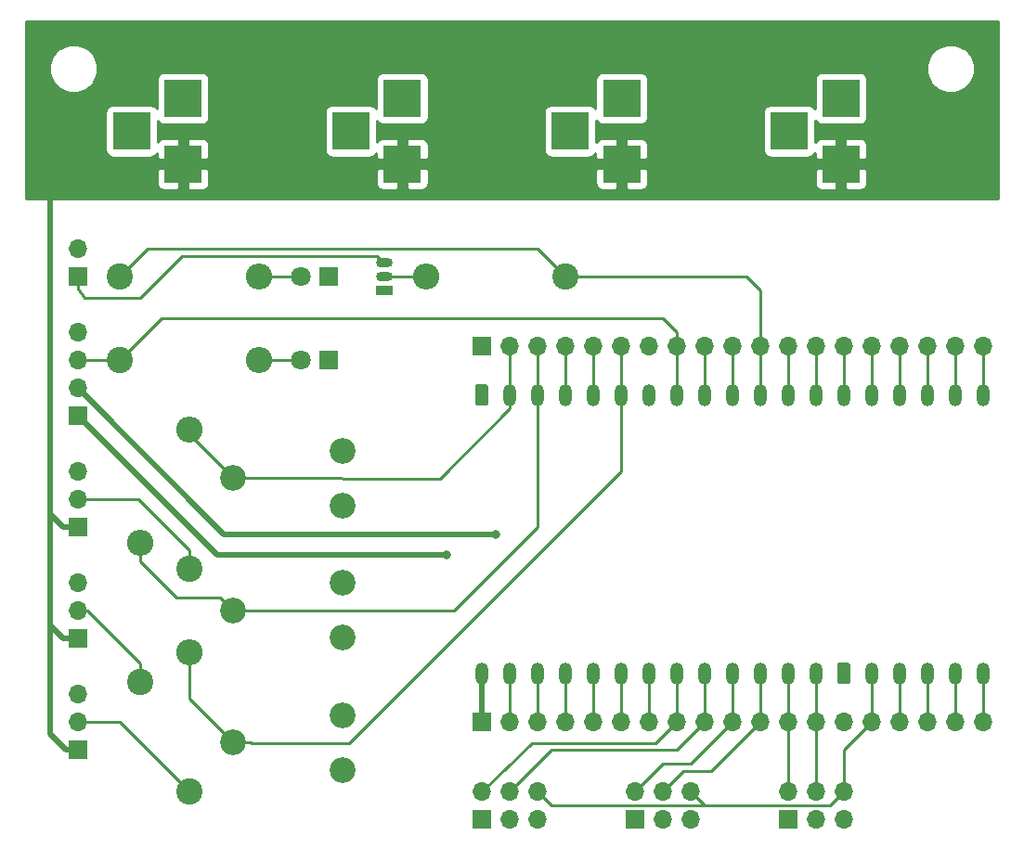
<source format=gbr>
G04 #@! TF.GenerationSoftware,KiCad,Pcbnew,5.1.5+dfsg1-2build2*
G04 #@! TF.CreationDate,2022-01-25T23:10:58-07:00*
G04 #@! TF.ProjectId,fcch-laser-controller,66636368-2d6c-4617-9365-722d636f6e74,rev?*
G04 #@! TF.SameCoordinates,Original*
G04 #@! TF.FileFunction,Copper,L1,Top*
G04 #@! TF.FilePolarity,Positive*
%FSLAX46Y46*%
G04 Gerber Fmt 4.6, Leading zero omitted, Abs format (unit mm)*
G04 Created by KiCad (PCBNEW 5.1.5+dfsg1-2build2) date 2022-01-25 23:10:58*
%MOMM*%
%LPD*%
G04 APERTURE LIST*
%ADD10R,1.700000X1.700000*%
%ADD11O,1.700000X1.700000*%
%ADD12R,3.500000X3.500000*%
%ADD13C,0.100000*%
%ADD14O,1.200000X2.000000*%
%ADD15C,2.400000*%
%ADD16O,2.400000X2.400000*%
%ADD17C,2.340000*%
%ADD18O,1.500000X0.900000*%
%ADD19R,1.500000X0.900000*%
%ADD20R,1.800000X1.800000*%
%ADD21C,1.800000*%
%ADD22C,0.800000*%
%ADD23C,0.250000*%
%ADD24C,0.500000*%
%ADD25C,0.254000*%
G04 APERTURE END LIST*
D10*
X142240000Y-143510000D03*
D11*
X142240000Y-140970000D03*
X144780000Y-143510000D03*
X144780000Y-140970000D03*
X147320000Y-143510000D03*
X147320000Y-140970000D03*
D10*
X156210000Y-143510000D03*
D11*
X156210000Y-140970000D03*
X158750000Y-143510000D03*
X158750000Y-140970000D03*
X161290000Y-143510000D03*
X161290000Y-140970000D03*
D10*
X170180000Y-143510000D03*
D11*
X170180000Y-140970000D03*
X172720000Y-143510000D03*
X172720000Y-140970000D03*
X175260000Y-143510000D03*
X175260000Y-140970000D03*
D10*
X105410000Y-93980000D03*
D11*
X105410000Y-91440000D03*
D10*
X105410000Y-116840000D03*
D11*
X105410000Y-114300000D03*
X105410000Y-111760000D03*
D10*
X105410000Y-127000000D03*
D11*
X105410000Y-124460000D03*
X105410000Y-121920000D03*
D10*
X105410000Y-137160000D03*
D11*
X105410000Y-134620000D03*
X105410000Y-132080000D03*
D10*
X105410000Y-106680000D03*
D11*
X105410000Y-104140000D03*
X105410000Y-101600000D03*
X105410000Y-99060000D03*
D10*
X142240000Y-100330000D03*
D11*
X144780000Y-100330000D03*
X147320000Y-100330000D03*
X149860000Y-100330000D03*
X152400000Y-100330000D03*
X154940000Y-100330000D03*
X157480000Y-100330000D03*
X160020000Y-100330000D03*
X162560000Y-100330000D03*
X165100000Y-100330000D03*
X167640000Y-100330000D03*
X170180000Y-100330000D03*
X172720000Y-100330000D03*
X175260000Y-100330000D03*
X177800000Y-100330000D03*
X180340000Y-100330000D03*
X182880000Y-100330000D03*
X185420000Y-100330000D03*
X187960000Y-100330000D03*
D10*
X142240000Y-134620000D03*
D11*
X144780000Y-134620000D03*
X147320000Y-134620000D03*
X149860000Y-134620000D03*
X152400000Y-134620000D03*
X154940000Y-134620000D03*
X157480000Y-134620000D03*
X160020000Y-134620000D03*
X162560000Y-134620000D03*
X165100000Y-134620000D03*
X167640000Y-134620000D03*
X170180000Y-134620000D03*
X172720000Y-134620000D03*
X175260000Y-134620000D03*
X177800000Y-134620000D03*
X180340000Y-134620000D03*
X182880000Y-134620000D03*
X185420000Y-134620000D03*
X187960000Y-134620000D03*
D12*
X115000000Y-83700000D03*
X115000000Y-77700000D03*
X110300000Y-80700000D03*
X135000000Y-83700000D03*
X135000000Y-77700000D03*
X130300000Y-80700000D03*
X155000000Y-83700000D03*
X155000000Y-77700000D03*
X150300000Y-80700000D03*
X175000000Y-83700000D03*
X175000000Y-77700000D03*
X170300000Y-80700000D03*
G04 #@! TA.AperFunction,ComponentPad*
D13*
G36*
X142572125Y-103772765D02*
G01*
X142601247Y-103777084D01*
X142629805Y-103784238D01*
X142657525Y-103794156D01*
X142684139Y-103806744D01*
X142709391Y-103821879D01*
X142733038Y-103839417D01*
X142754852Y-103859188D01*
X142774623Y-103881002D01*
X142792161Y-103904649D01*
X142807296Y-103929901D01*
X142819884Y-103956515D01*
X142829802Y-103984235D01*
X142836956Y-104012793D01*
X142841275Y-104041915D01*
X142842720Y-104071320D01*
X142842720Y-105471320D01*
X142841275Y-105500725D01*
X142836956Y-105529847D01*
X142829802Y-105558405D01*
X142819884Y-105586125D01*
X142807296Y-105612739D01*
X142792161Y-105637991D01*
X142774623Y-105661638D01*
X142754852Y-105683452D01*
X142733038Y-105703223D01*
X142709391Y-105720761D01*
X142684139Y-105735896D01*
X142657525Y-105748484D01*
X142629805Y-105758402D01*
X142601247Y-105765556D01*
X142572125Y-105769875D01*
X142542720Y-105771320D01*
X141942720Y-105771320D01*
X141913315Y-105769875D01*
X141884193Y-105765556D01*
X141855635Y-105758402D01*
X141827915Y-105748484D01*
X141801301Y-105735896D01*
X141776049Y-105720761D01*
X141752402Y-105703223D01*
X141730588Y-105683452D01*
X141710817Y-105661638D01*
X141693279Y-105637991D01*
X141678144Y-105612739D01*
X141665556Y-105586125D01*
X141655638Y-105558405D01*
X141648484Y-105529847D01*
X141644165Y-105500725D01*
X141642720Y-105471320D01*
X141642720Y-104071320D01*
X141644165Y-104041915D01*
X141648484Y-104012793D01*
X141655638Y-103984235D01*
X141665556Y-103956515D01*
X141678144Y-103929901D01*
X141693279Y-103904649D01*
X141710817Y-103881002D01*
X141730588Y-103859188D01*
X141752402Y-103839417D01*
X141776049Y-103821879D01*
X141801301Y-103806744D01*
X141827915Y-103794156D01*
X141855635Y-103784238D01*
X141884193Y-103777084D01*
X141913315Y-103772765D01*
X141942720Y-103771320D01*
X142542720Y-103771320D01*
X142572125Y-103772765D01*
G37*
G04 #@! TD.AperFunction*
D14*
X144782720Y-104771320D03*
X147322720Y-104771320D03*
X149862720Y-104771320D03*
X152402720Y-104771320D03*
X154942720Y-104771320D03*
X157482720Y-104771320D03*
X160022720Y-104771320D03*
X162562720Y-104771320D03*
X165102720Y-104771320D03*
X167642720Y-104771320D03*
X170182720Y-104771320D03*
X172722720Y-104771320D03*
X175262720Y-104771320D03*
X177802720Y-104771320D03*
X180342720Y-104771320D03*
X182882720Y-104771320D03*
X185420000Y-104775000D03*
X187960000Y-104775000D03*
X187962720Y-130171320D03*
X185422720Y-130171320D03*
X182882720Y-130171320D03*
X180342720Y-130171320D03*
X177802720Y-130171320D03*
G04 #@! TA.AperFunction,ComponentPad*
D13*
G36*
X175592125Y-129172765D02*
G01*
X175621247Y-129177084D01*
X175649805Y-129184238D01*
X175677525Y-129194156D01*
X175704139Y-129206744D01*
X175729391Y-129221879D01*
X175753038Y-129239417D01*
X175774852Y-129259188D01*
X175794623Y-129281002D01*
X175812161Y-129304649D01*
X175827296Y-129329901D01*
X175839884Y-129356515D01*
X175849802Y-129384235D01*
X175856956Y-129412793D01*
X175861275Y-129441915D01*
X175862720Y-129471320D01*
X175862720Y-130871320D01*
X175861275Y-130900725D01*
X175856956Y-130929847D01*
X175849802Y-130958405D01*
X175839884Y-130986125D01*
X175827296Y-131012739D01*
X175812161Y-131037991D01*
X175794623Y-131061638D01*
X175774852Y-131083452D01*
X175753038Y-131103223D01*
X175729391Y-131120761D01*
X175704139Y-131135896D01*
X175677525Y-131148484D01*
X175649805Y-131158402D01*
X175621247Y-131165556D01*
X175592125Y-131169875D01*
X175562720Y-131171320D01*
X174962720Y-131171320D01*
X174933315Y-131169875D01*
X174904193Y-131165556D01*
X174875635Y-131158402D01*
X174847915Y-131148484D01*
X174821301Y-131135896D01*
X174796049Y-131120761D01*
X174772402Y-131103223D01*
X174750588Y-131083452D01*
X174730817Y-131061638D01*
X174713279Y-131037991D01*
X174698144Y-131012739D01*
X174685556Y-130986125D01*
X174675638Y-130958405D01*
X174668484Y-130929847D01*
X174664165Y-130900725D01*
X174662720Y-130871320D01*
X174662720Y-129471320D01*
X174664165Y-129441915D01*
X174668484Y-129412793D01*
X174675638Y-129384235D01*
X174685556Y-129356515D01*
X174698144Y-129329901D01*
X174713279Y-129304649D01*
X174730817Y-129281002D01*
X174750588Y-129259188D01*
X174772402Y-129239417D01*
X174796049Y-129221879D01*
X174821301Y-129206744D01*
X174847915Y-129194156D01*
X174875635Y-129184238D01*
X174904193Y-129177084D01*
X174933315Y-129172765D01*
X174962720Y-129171320D01*
X175562720Y-129171320D01*
X175592125Y-129172765D01*
G37*
G04 #@! TD.AperFunction*
D14*
X172722720Y-130171320D03*
X170182720Y-130171320D03*
X167642720Y-130171320D03*
X165102720Y-130171320D03*
X162562720Y-130171320D03*
X160022720Y-130171320D03*
X157482720Y-130171320D03*
X154942720Y-130171320D03*
X152402720Y-130171320D03*
X149862720Y-130171320D03*
X147322720Y-130171320D03*
X144782720Y-130171320D03*
X142242720Y-130171320D03*
D15*
X109220000Y-101600000D03*
D16*
X121920000Y-101600000D03*
D15*
X109220000Y-93980000D03*
D16*
X121920000Y-93980000D03*
D15*
X149860000Y-93980000D03*
D16*
X137160000Y-93980000D03*
D17*
X129540000Y-114855000D03*
X119540000Y-112355000D03*
X129540000Y-109855000D03*
D15*
X115570000Y-120650000D03*
D16*
X115570000Y-107950000D03*
D17*
X129540000Y-126920000D03*
X119540000Y-124420000D03*
X129540000Y-121920000D03*
D15*
X111125000Y-131000000D03*
D16*
X111125000Y-118300000D03*
D17*
X129540000Y-138985000D03*
X119540000Y-136485000D03*
X129540000Y-133985000D03*
D15*
X115570000Y-140970000D03*
D16*
X115570000Y-128270000D03*
D18*
X133350000Y-93980000D03*
X133350000Y-92710000D03*
D19*
X133350000Y-95250000D03*
D20*
X128270000Y-101600000D03*
D21*
X125730000Y-101600000D03*
D20*
X128270000Y-93980000D03*
D21*
X125730000Y-93980000D03*
D22*
X143510000Y-117475000D03*
X139065000Y-119380000D03*
D23*
X121920000Y-93980000D02*
X125730000Y-93980000D01*
X121920000Y-101600000D02*
X125730000Y-101600000D01*
D24*
X104310000Y-137160000D02*
X102870000Y-135720000D01*
X105410000Y-137160000D02*
X104310000Y-137160000D01*
X105530000Y-83700000D02*
X115000000Y-83700000D01*
X102870000Y-86360000D02*
X105530000Y-83700000D01*
X102870000Y-115650000D02*
X102870000Y-114935000D01*
X104060000Y-116840000D02*
X102870000Y-115650000D01*
X105410000Y-116840000D02*
X104060000Y-116840000D01*
X102870000Y-114935000D02*
X102870000Y-86360000D01*
X102870000Y-125810000D02*
X102870000Y-125095000D01*
X104060000Y-127000000D02*
X102870000Y-125810000D01*
X105410000Y-127000000D02*
X104060000Y-127000000D01*
X102870000Y-125095000D02*
X102870000Y-114935000D01*
X102870000Y-135720000D02*
X102870000Y-125095000D01*
D23*
X170182720Y-134617280D02*
X170180000Y-134620000D01*
X170182720Y-130171320D02*
X170182720Y-134617280D01*
X170180000Y-135822081D02*
X170180000Y-140970000D01*
X170180000Y-134620000D02*
X170180000Y-135822081D01*
X172722720Y-134617280D02*
X172720000Y-134620000D01*
X172722720Y-130171320D02*
X172722720Y-134617280D01*
X172720000Y-134620000D02*
X172720000Y-140970000D01*
X177802720Y-134617280D02*
X177800000Y-134620000D01*
X177802720Y-130171320D02*
X177802720Y-134617280D01*
X175260000Y-137160000D02*
X175260000Y-140970000D01*
X177800000Y-134620000D02*
X175260000Y-137160000D01*
X175260000Y-140970000D02*
X173990000Y-142240000D01*
X162560000Y-142240000D02*
X161290000Y-140970000D01*
X173990000Y-142240000D02*
X162560000Y-142240000D01*
X148590000Y-142240000D02*
X162560000Y-142240000D01*
X147320000Y-140970000D02*
X148590000Y-142240000D01*
X165102720Y-134617280D02*
X165100000Y-134620000D01*
X165102720Y-130171320D02*
X165102720Y-134617280D01*
X158750000Y-138430000D02*
X156210000Y-140970000D01*
X161290000Y-138430000D02*
X158750000Y-138430000D01*
X165100000Y-134620000D02*
X161290000Y-138430000D01*
X167642720Y-134617280D02*
X167640000Y-134620000D01*
X167642720Y-130171320D02*
X167642720Y-134617280D01*
X160655000Y-139065000D02*
X158750000Y-140970000D01*
X163195000Y-139065000D02*
X160655000Y-139065000D01*
X167640000Y-134620000D02*
X163195000Y-139065000D01*
X160022720Y-134617280D02*
X160020000Y-134620000D01*
X160022720Y-130171320D02*
X160022720Y-134617280D01*
X146812000Y-136525000D02*
X142240000Y-140970000D01*
X158115000Y-136525000D02*
X146812000Y-136525000D01*
X160020000Y-134620000D02*
X158115000Y-136525000D01*
X162562720Y-134617280D02*
X162560000Y-134620000D01*
X162562720Y-130171320D02*
X162562720Y-134617280D01*
X148590000Y-137160000D02*
X144780000Y-140970000D01*
X160020000Y-137160000D02*
X148590000Y-137160000D01*
X162560000Y-134620000D02*
X160020000Y-137160000D01*
X109220000Y-134620000D02*
X105410000Y-134620000D01*
X115570000Y-140970000D02*
X109220000Y-134620000D01*
X106282056Y-124460000D02*
X105410000Y-124460000D01*
X111125000Y-129302944D02*
X106282056Y-124460000D01*
X111125000Y-131000000D02*
X111125000Y-129302944D01*
X106612081Y-114300000D02*
X105410000Y-114300000D01*
X110917056Y-114300000D02*
X106612081Y-114300000D01*
X115570000Y-118952944D02*
X110917056Y-114300000D01*
X115570000Y-120650000D02*
X115570000Y-118952944D01*
X105410000Y-95080000D02*
X105410000Y-93980000D01*
X106045000Y-95885000D02*
X105410000Y-95080000D01*
X111125000Y-95885000D02*
X106045000Y-95885000D01*
X114935000Y-92075000D02*
X111125000Y-95885000D01*
X132715000Y-92075000D02*
X114935000Y-92075000D01*
X133350000Y-92710000D02*
X132715000Y-92075000D01*
X160020000Y-104768600D02*
X160022720Y-104771320D01*
X160020000Y-100330000D02*
X160020000Y-104768600D01*
X106612081Y-101600000D02*
X109220000Y-101600000D01*
X105410000Y-101600000D02*
X106612081Y-101600000D01*
X160020000Y-100330000D02*
X160020000Y-99060000D01*
X160020000Y-99060000D02*
X158750000Y-97790000D01*
X113030000Y-97790000D02*
X109220000Y-101600000D01*
X158750000Y-97790000D02*
X113030000Y-97790000D01*
X137160000Y-93980000D02*
X133350000Y-93980000D01*
X154940000Y-104768600D02*
X154942720Y-104771320D01*
X154940000Y-100330000D02*
X154940000Y-104768600D01*
X115570000Y-132515000D02*
X115570000Y-128270000D01*
X119540000Y-136485000D02*
X115570000Y-132515000D01*
X121194629Y-136485000D02*
X121234629Y-136525000D01*
X119540000Y-136485000D02*
X121194629Y-136485000D01*
X121234629Y-136525000D02*
X130175000Y-136525000D01*
X154942720Y-111757280D02*
X154942720Y-104771320D01*
X130175000Y-136525000D02*
X154942720Y-111757280D01*
X147320000Y-104768600D02*
X147322720Y-104771320D01*
X147320000Y-100330000D02*
X147320000Y-104768600D01*
X111125000Y-119997056D02*
X111125000Y-118300000D01*
X114377945Y-123250001D02*
X111125000Y-119997056D01*
X118370001Y-123250001D02*
X114377945Y-123250001D01*
X119540000Y-124420000D02*
X118370001Y-123250001D01*
X147320000Y-107950000D02*
X147322720Y-104771320D01*
X147320000Y-116840000D02*
X147320000Y-107950000D01*
X139740000Y-124420000D02*
X147320000Y-116840000D01*
X119540000Y-124420000D02*
X139740000Y-124420000D01*
X144780000Y-104768600D02*
X144782720Y-104771320D01*
X144780000Y-100330000D02*
X144780000Y-104768600D01*
X115570000Y-108385000D02*
X115570000Y-107950000D01*
X119540000Y-112355000D02*
X115570000Y-108385000D01*
X119540000Y-112355000D02*
X129500000Y-112355000D01*
X138409040Y-112395000D02*
X137160000Y-112395000D01*
X144782720Y-106021320D02*
X138409040Y-112395000D01*
X144782720Y-104771320D02*
X144782720Y-106021320D01*
X137160000Y-112395000D02*
X129540000Y-112395000D01*
X167640000Y-104768600D02*
X167642720Y-104771320D01*
X167640000Y-100330000D02*
X167640000Y-104768600D01*
X149860000Y-93980000D02*
X147320000Y-91440000D01*
X111760000Y-91440000D02*
X109220000Y-93980000D01*
X147320000Y-91440000D02*
X111760000Y-91440000D01*
X167640000Y-100330000D02*
X167640000Y-95250000D01*
X166370000Y-93980000D02*
X149860000Y-93980000D01*
X167640000Y-95250000D02*
X166370000Y-93980000D01*
X142242720Y-134617280D02*
X142240000Y-134620000D01*
D24*
X142242720Y-130171320D02*
X142242720Y-134617280D01*
D23*
X187962720Y-134617280D02*
X187960000Y-134620000D01*
X187962720Y-130171320D02*
X187962720Y-134617280D01*
D24*
X118745000Y-117475000D02*
X105410000Y-104140000D01*
X143510000Y-117475000D02*
X118745000Y-117475000D01*
D23*
X144782720Y-134617280D02*
X144780000Y-134620000D01*
X144782720Y-130171320D02*
X144782720Y-134617280D01*
X147322720Y-134617280D02*
X147320000Y-134620000D01*
X147322720Y-130171320D02*
X147322720Y-134617280D01*
X149862720Y-134617280D02*
X149860000Y-134620000D01*
X149862720Y-130171320D02*
X149862720Y-134617280D01*
X152402720Y-134617280D02*
X152400000Y-134620000D01*
X152402720Y-130171320D02*
X152402720Y-134617280D01*
X154942720Y-134617280D02*
X154940000Y-134620000D01*
X154942720Y-130171320D02*
X154942720Y-134617280D01*
X157482720Y-134617280D02*
X157480000Y-134620000D01*
X157482720Y-130171320D02*
X157482720Y-134617280D01*
X180342720Y-134617280D02*
X180340000Y-134620000D01*
X180342720Y-130171320D02*
X180342720Y-134617280D01*
X182882720Y-134617280D02*
X182880000Y-134620000D01*
X182882720Y-130171320D02*
X182882720Y-134617280D01*
X185422720Y-134617280D02*
X185420000Y-134620000D01*
X185422720Y-130171320D02*
X185422720Y-134617280D01*
X149860000Y-104768600D02*
X149862720Y-104771320D01*
X149860000Y-100330000D02*
X149860000Y-104768600D01*
X152400000Y-104768600D02*
X152402720Y-104771320D01*
X152400000Y-100330000D02*
X152400000Y-104768600D01*
X162560000Y-104768600D02*
X162562720Y-104771320D01*
X162560000Y-100330000D02*
X162560000Y-104768600D01*
X165100000Y-104768600D02*
X165102720Y-104771320D01*
X165100000Y-100330000D02*
X165100000Y-104768600D01*
X170180000Y-104768600D02*
X170182720Y-104771320D01*
X170180000Y-100330000D02*
X170180000Y-104768600D01*
X172720000Y-104768600D02*
X172722720Y-104771320D01*
X172720000Y-100330000D02*
X172720000Y-104768600D01*
X175260000Y-104768600D02*
X175262720Y-104771320D01*
X175260000Y-100330000D02*
X175260000Y-104768600D01*
X177800000Y-104768600D02*
X177802720Y-104771320D01*
X177800000Y-100330000D02*
X177800000Y-104768600D01*
X180340000Y-104768600D02*
X180342720Y-104771320D01*
X180340000Y-100330000D02*
X180340000Y-104768600D01*
X182880000Y-104768600D02*
X182882720Y-104771320D01*
X182880000Y-100330000D02*
X182880000Y-104768600D01*
X185420000Y-100330000D02*
X185420000Y-104775000D01*
X187960000Y-100330000D02*
X187960000Y-104775000D01*
D24*
X139065000Y-119380000D02*
X118110000Y-119380000D01*
X118110000Y-119380000D02*
X105410000Y-106680000D01*
D25*
G36*
X189340000Y-86873000D02*
G01*
X100660000Y-86873000D01*
X100660000Y-85450000D01*
X112611928Y-85450000D01*
X112624188Y-85574482D01*
X112660498Y-85694180D01*
X112719463Y-85804494D01*
X112798815Y-85901185D01*
X112895506Y-85980537D01*
X113005820Y-86039502D01*
X113125518Y-86075812D01*
X113250000Y-86088072D01*
X114468250Y-86085000D01*
X114627000Y-85926250D01*
X114627000Y-84073000D01*
X115373000Y-84073000D01*
X115373000Y-85926250D01*
X115531750Y-86085000D01*
X116750000Y-86088072D01*
X116874482Y-86075812D01*
X116994180Y-86039502D01*
X117104494Y-85980537D01*
X117201185Y-85901185D01*
X117280537Y-85804494D01*
X117339502Y-85694180D01*
X117375812Y-85574482D01*
X117388072Y-85450000D01*
X132611928Y-85450000D01*
X132624188Y-85574482D01*
X132660498Y-85694180D01*
X132719463Y-85804494D01*
X132798815Y-85901185D01*
X132895506Y-85980537D01*
X133005820Y-86039502D01*
X133125518Y-86075812D01*
X133250000Y-86088072D01*
X134468250Y-86085000D01*
X134627000Y-85926250D01*
X134627000Y-84073000D01*
X135373000Y-84073000D01*
X135373000Y-85926250D01*
X135531750Y-86085000D01*
X136750000Y-86088072D01*
X136874482Y-86075812D01*
X136994180Y-86039502D01*
X137104494Y-85980537D01*
X137201185Y-85901185D01*
X137280537Y-85804494D01*
X137339502Y-85694180D01*
X137375812Y-85574482D01*
X137388072Y-85450000D01*
X152611928Y-85450000D01*
X152624188Y-85574482D01*
X152660498Y-85694180D01*
X152719463Y-85804494D01*
X152798815Y-85901185D01*
X152895506Y-85980537D01*
X153005820Y-86039502D01*
X153125518Y-86075812D01*
X153250000Y-86088072D01*
X154468250Y-86085000D01*
X154627000Y-85926250D01*
X154627000Y-84073000D01*
X155373000Y-84073000D01*
X155373000Y-85926250D01*
X155531750Y-86085000D01*
X156750000Y-86088072D01*
X156874482Y-86075812D01*
X156994180Y-86039502D01*
X157104494Y-85980537D01*
X157201185Y-85901185D01*
X157280537Y-85804494D01*
X157339502Y-85694180D01*
X157375812Y-85574482D01*
X157388072Y-85450000D01*
X172611928Y-85450000D01*
X172624188Y-85574482D01*
X172660498Y-85694180D01*
X172719463Y-85804494D01*
X172798815Y-85901185D01*
X172895506Y-85980537D01*
X173005820Y-86039502D01*
X173125518Y-86075812D01*
X173250000Y-86088072D01*
X174468250Y-86085000D01*
X174627000Y-85926250D01*
X174627000Y-84073000D01*
X175373000Y-84073000D01*
X175373000Y-85926250D01*
X175531750Y-86085000D01*
X176750000Y-86088072D01*
X176874482Y-86075812D01*
X176994180Y-86039502D01*
X177104494Y-85980537D01*
X177201185Y-85901185D01*
X177280537Y-85804494D01*
X177339502Y-85694180D01*
X177375812Y-85574482D01*
X177388072Y-85450000D01*
X177385000Y-84231750D01*
X177226250Y-84073000D01*
X175373000Y-84073000D01*
X174627000Y-84073000D01*
X172773750Y-84073000D01*
X172615000Y-84231750D01*
X172611928Y-85450000D01*
X157388072Y-85450000D01*
X157385000Y-84231750D01*
X157226250Y-84073000D01*
X155373000Y-84073000D01*
X154627000Y-84073000D01*
X152773750Y-84073000D01*
X152615000Y-84231750D01*
X152611928Y-85450000D01*
X137388072Y-85450000D01*
X137385000Y-84231750D01*
X137226250Y-84073000D01*
X135373000Y-84073000D01*
X134627000Y-84073000D01*
X132773750Y-84073000D01*
X132615000Y-84231750D01*
X132611928Y-85450000D01*
X117388072Y-85450000D01*
X117385000Y-84231750D01*
X117226250Y-84073000D01*
X115373000Y-84073000D01*
X114627000Y-84073000D01*
X112773750Y-84073000D01*
X112615000Y-84231750D01*
X112611928Y-85450000D01*
X100660000Y-85450000D01*
X100660000Y-78950000D01*
X107911928Y-78950000D01*
X107911928Y-82450000D01*
X107924188Y-82574482D01*
X107960498Y-82694180D01*
X108019463Y-82804494D01*
X108098815Y-82901185D01*
X108195506Y-82980537D01*
X108305820Y-83039502D01*
X108425518Y-83075812D01*
X108550000Y-83088072D01*
X112050000Y-83088072D01*
X112174482Y-83075812D01*
X112294180Y-83039502D01*
X112404494Y-82980537D01*
X112501185Y-82901185D01*
X112580537Y-82804494D01*
X112613925Y-82742030D01*
X112615000Y-83168250D01*
X112773750Y-83327000D01*
X114627000Y-83327000D01*
X114627000Y-81473750D01*
X115373000Y-81473750D01*
X115373000Y-83327000D01*
X117226250Y-83327000D01*
X117385000Y-83168250D01*
X117388072Y-81950000D01*
X117375812Y-81825518D01*
X117339502Y-81705820D01*
X117280537Y-81595506D01*
X117201185Y-81498815D01*
X117104494Y-81419463D01*
X116994180Y-81360498D01*
X116874482Y-81324188D01*
X116750000Y-81311928D01*
X115531750Y-81315000D01*
X115373000Y-81473750D01*
X114627000Y-81473750D01*
X114468250Y-81315000D01*
X113250000Y-81311928D01*
X113125518Y-81324188D01*
X113005820Y-81360498D01*
X112895506Y-81419463D01*
X112798815Y-81498815D01*
X112719463Y-81595506D01*
X112688072Y-81654233D01*
X112688072Y-79745767D01*
X112719463Y-79804494D01*
X112798815Y-79901185D01*
X112895506Y-79980537D01*
X113005820Y-80039502D01*
X113125518Y-80075812D01*
X113250000Y-80088072D01*
X116750000Y-80088072D01*
X116874482Y-80075812D01*
X116994180Y-80039502D01*
X117104494Y-79980537D01*
X117201185Y-79901185D01*
X117280537Y-79804494D01*
X117339502Y-79694180D01*
X117375812Y-79574482D01*
X117388072Y-79450000D01*
X117388072Y-78950000D01*
X127911928Y-78950000D01*
X127911928Y-82450000D01*
X127924188Y-82574482D01*
X127960498Y-82694180D01*
X128019463Y-82804494D01*
X128098815Y-82901185D01*
X128195506Y-82980537D01*
X128305820Y-83039502D01*
X128425518Y-83075812D01*
X128550000Y-83088072D01*
X132050000Y-83088072D01*
X132174482Y-83075812D01*
X132294180Y-83039502D01*
X132404494Y-82980537D01*
X132501185Y-82901185D01*
X132580537Y-82804494D01*
X132613925Y-82742030D01*
X132615000Y-83168250D01*
X132773750Y-83327000D01*
X134627000Y-83327000D01*
X134627000Y-81473750D01*
X135373000Y-81473750D01*
X135373000Y-83327000D01*
X137226250Y-83327000D01*
X137385000Y-83168250D01*
X137388072Y-81950000D01*
X137375812Y-81825518D01*
X137339502Y-81705820D01*
X137280537Y-81595506D01*
X137201185Y-81498815D01*
X137104494Y-81419463D01*
X136994180Y-81360498D01*
X136874482Y-81324188D01*
X136750000Y-81311928D01*
X135531750Y-81315000D01*
X135373000Y-81473750D01*
X134627000Y-81473750D01*
X134468250Y-81315000D01*
X133250000Y-81311928D01*
X133125518Y-81324188D01*
X133005820Y-81360498D01*
X132895506Y-81419463D01*
X132798815Y-81498815D01*
X132719463Y-81595506D01*
X132688072Y-81654233D01*
X132688072Y-79745767D01*
X132719463Y-79804494D01*
X132798815Y-79901185D01*
X132895506Y-79980537D01*
X133005820Y-80039502D01*
X133125518Y-80075812D01*
X133250000Y-80088072D01*
X136750000Y-80088072D01*
X136874482Y-80075812D01*
X136994180Y-80039502D01*
X137104494Y-79980537D01*
X137201185Y-79901185D01*
X137280537Y-79804494D01*
X137339502Y-79694180D01*
X137375812Y-79574482D01*
X137388072Y-79450000D01*
X137388072Y-78950000D01*
X147911928Y-78950000D01*
X147911928Y-82450000D01*
X147924188Y-82574482D01*
X147960498Y-82694180D01*
X148019463Y-82804494D01*
X148098815Y-82901185D01*
X148195506Y-82980537D01*
X148305820Y-83039502D01*
X148425518Y-83075812D01*
X148550000Y-83088072D01*
X152050000Y-83088072D01*
X152174482Y-83075812D01*
X152294180Y-83039502D01*
X152404494Y-82980537D01*
X152501185Y-82901185D01*
X152580537Y-82804494D01*
X152613925Y-82742030D01*
X152615000Y-83168250D01*
X152773750Y-83327000D01*
X154627000Y-83327000D01*
X154627000Y-81473750D01*
X155373000Y-81473750D01*
X155373000Y-83327000D01*
X157226250Y-83327000D01*
X157385000Y-83168250D01*
X157388072Y-81950000D01*
X157375812Y-81825518D01*
X157339502Y-81705820D01*
X157280537Y-81595506D01*
X157201185Y-81498815D01*
X157104494Y-81419463D01*
X156994180Y-81360498D01*
X156874482Y-81324188D01*
X156750000Y-81311928D01*
X155531750Y-81315000D01*
X155373000Y-81473750D01*
X154627000Y-81473750D01*
X154468250Y-81315000D01*
X153250000Y-81311928D01*
X153125518Y-81324188D01*
X153005820Y-81360498D01*
X152895506Y-81419463D01*
X152798815Y-81498815D01*
X152719463Y-81595506D01*
X152688072Y-81654233D01*
X152688072Y-79745767D01*
X152719463Y-79804494D01*
X152798815Y-79901185D01*
X152895506Y-79980537D01*
X153005820Y-80039502D01*
X153125518Y-80075812D01*
X153250000Y-80088072D01*
X156750000Y-80088072D01*
X156874482Y-80075812D01*
X156994180Y-80039502D01*
X157104494Y-79980537D01*
X157201185Y-79901185D01*
X157280537Y-79804494D01*
X157339502Y-79694180D01*
X157375812Y-79574482D01*
X157388072Y-79450000D01*
X157388072Y-78950000D01*
X167911928Y-78950000D01*
X167911928Y-82450000D01*
X167924188Y-82574482D01*
X167960498Y-82694180D01*
X168019463Y-82804494D01*
X168098815Y-82901185D01*
X168195506Y-82980537D01*
X168305820Y-83039502D01*
X168425518Y-83075812D01*
X168550000Y-83088072D01*
X172050000Y-83088072D01*
X172174482Y-83075812D01*
X172294180Y-83039502D01*
X172404494Y-82980537D01*
X172501185Y-82901185D01*
X172580537Y-82804494D01*
X172613925Y-82742030D01*
X172615000Y-83168250D01*
X172773750Y-83327000D01*
X174627000Y-83327000D01*
X174627000Y-81473750D01*
X175373000Y-81473750D01*
X175373000Y-83327000D01*
X177226250Y-83327000D01*
X177385000Y-83168250D01*
X177388072Y-81950000D01*
X177375812Y-81825518D01*
X177339502Y-81705820D01*
X177280537Y-81595506D01*
X177201185Y-81498815D01*
X177104494Y-81419463D01*
X176994180Y-81360498D01*
X176874482Y-81324188D01*
X176750000Y-81311928D01*
X175531750Y-81315000D01*
X175373000Y-81473750D01*
X174627000Y-81473750D01*
X174468250Y-81315000D01*
X173250000Y-81311928D01*
X173125518Y-81324188D01*
X173005820Y-81360498D01*
X172895506Y-81419463D01*
X172798815Y-81498815D01*
X172719463Y-81595506D01*
X172688072Y-81654233D01*
X172688072Y-79745767D01*
X172719463Y-79804494D01*
X172798815Y-79901185D01*
X172895506Y-79980537D01*
X173005820Y-80039502D01*
X173125518Y-80075812D01*
X173250000Y-80088072D01*
X176750000Y-80088072D01*
X176874482Y-80075812D01*
X176994180Y-80039502D01*
X177104494Y-79980537D01*
X177201185Y-79901185D01*
X177280537Y-79804494D01*
X177339502Y-79694180D01*
X177375812Y-79574482D01*
X177388072Y-79450000D01*
X177388072Y-75950000D01*
X177375812Y-75825518D01*
X177339502Y-75705820D01*
X177280537Y-75595506D01*
X177201185Y-75498815D01*
X177104494Y-75419463D01*
X176994180Y-75360498D01*
X176874482Y-75324188D01*
X176750000Y-75311928D01*
X173250000Y-75311928D01*
X173125518Y-75324188D01*
X173005820Y-75360498D01*
X172895506Y-75419463D01*
X172798815Y-75498815D01*
X172719463Y-75595506D01*
X172660498Y-75705820D01*
X172624188Y-75825518D01*
X172611928Y-75950000D01*
X172611928Y-78654233D01*
X172580537Y-78595506D01*
X172501185Y-78498815D01*
X172404494Y-78419463D01*
X172294180Y-78360498D01*
X172174482Y-78324188D01*
X172050000Y-78311928D01*
X168550000Y-78311928D01*
X168425518Y-78324188D01*
X168305820Y-78360498D01*
X168195506Y-78419463D01*
X168098815Y-78498815D01*
X168019463Y-78595506D01*
X167960498Y-78705820D01*
X167924188Y-78825518D01*
X167911928Y-78950000D01*
X157388072Y-78950000D01*
X157388072Y-75950000D01*
X157375812Y-75825518D01*
X157339502Y-75705820D01*
X157280537Y-75595506D01*
X157201185Y-75498815D01*
X157104494Y-75419463D01*
X156994180Y-75360498D01*
X156874482Y-75324188D01*
X156750000Y-75311928D01*
X153250000Y-75311928D01*
X153125518Y-75324188D01*
X153005820Y-75360498D01*
X152895506Y-75419463D01*
X152798815Y-75498815D01*
X152719463Y-75595506D01*
X152660498Y-75705820D01*
X152624188Y-75825518D01*
X152611928Y-75950000D01*
X152611928Y-78654233D01*
X152580537Y-78595506D01*
X152501185Y-78498815D01*
X152404494Y-78419463D01*
X152294180Y-78360498D01*
X152174482Y-78324188D01*
X152050000Y-78311928D01*
X148550000Y-78311928D01*
X148425518Y-78324188D01*
X148305820Y-78360498D01*
X148195506Y-78419463D01*
X148098815Y-78498815D01*
X148019463Y-78595506D01*
X147960498Y-78705820D01*
X147924188Y-78825518D01*
X147911928Y-78950000D01*
X137388072Y-78950000D01*
X137388072Y-75950000D01*
X137375812Y-75825518D01*
X137339502Y-75705820D01*
X137280537Y-75595506D01*
X137201185Y-75498815D01*
X137104494Y-75419463D01*
X136994180Y-75360498D01*
X136874482Y-75324188D01*
X136750000Y-75311928D01*
X133250000Y-75311928D01*
X133125518Y-75324188D01*
X133005820Y-75360498D01*
X132895506Y-75419463D01*
X132798815Y-75498815D01*
X132719463Y-75595506D01*
X132660498Y-75705820D01*
X132624188Y-75825518D01*
X132611928Y-75950000D01*
X132611928Y-78654233D01*
X132580537Y-78595506D01*
X132501185Y-78498815D01*
X132404494Y-78419463D01*
X132294180Y-78360498D01*
X132174482Y-78324188D01*
X132050000Y-78311928D01*
X128550000Y-78311928D01*
X128425518Y-78324188D01*
X128305820Y-78360498D01*
X128195506Y-78419463D01*
X128098815Y-78498815D01*
X128019463Y-78595506D01*
X127960498Y-78705820D01*
X127924188Y-78825518D01*
X127911928Y-78950000D01*
X117388072Y-78950000D01*
X117388072Y-75950000D01*
X117375812Y-75825518D01*
X117339502Y-75705820D01*
X117280537Y-75595506D01*
X117201185Y-75498815D01*
X117104494Y-75419463D01*
X116994180Y-75360498D01*
X116874482Y-75324188D01*
X116750000Y-75311928D01*
X113250000Y-75311928D01*
X113125518Y-75324188D01*
X113005820Y-75360498D01*
X112895506Y-75419463D01*
X112798815Y-75498815D01*
X112719463Y-75595506D01*
X112660498Y-75705820D01*
X112624188Y-75825518D01*
X112611928Y-75950000D01*
X112611928Y-78654233D01*
X112580537Y-78595506D01*
X112501185Y-78498815D01*
X112404494Y-78419463D01*
X112294180Y-78360498D01*
X112174482Y-78324188D01*
X112050000Y-78311928D01*
X108550000Y-78311928D01*
X108425518Y-78324188D01*
X108305820Y-78360498D01*
X108195506Y-78419463D01*
X108098815Y-78498815D01*
X108019463Y-78595506D01*
X107960498Y-78705820D01*
X107924188Y-78825518D01*
X107911928Y-78950000D01*
X100660000Y-78950000D01*
X100660000Y-74779872D01*
X102765000Y-74779872D01*
X102765000Y-75220128D01*
X102850890Y-75651925D01*
X103019369Y-76058669D01*
X103263962Y-76424729D01*
X103575271Y-76736038D01*
X103941331Y-76980631D01*
X104348075Y-77149110D01*
X104779872Y-77235000D01*
X105220128Y-77235000D01*
X105651925Y-77149110D01*
X106058669Y-76980631D01*
X106424729Y-76736038D01*
X106736038Y-76424729D01*
X106980631Y-76058669D01*
X107149110Y-75651925D01*
X107235000Y-75220128D01*
X107235000Y-74779872D01*
X182765000Y-74779872D01*
X182765000Y-75220128D01*
X182850890Y-75651925D01*
X183019369Y-76058669D01*
X183263962Y-76424729D01*
X183575271Y-76736038D01*
X183941331Y-76980631D01*
X184348075Y-77149110D01*
X184779872Y-77235000D01*
X185220128Y-77235000D01*
X185651925Y-77149110D01*
X186058669Y-76980631D01*
X186424729Y-76736038D01*
X186736038Y-76424729D01*
X186980631Y-76058669D01*
X187149110Y-75651925D01*
X187235000Y-75220128D01*
X187235000Y-74779872D01*
X187149110Y-74348075D01*
X186980631Y-73941331D01*
X186736038Y-73575271D01*
X186424729Y-73263962D01*
X186058669Y-73019369D01*
X185651925Y-72850890D01*
X185220128Y-72765000D01*
X184779872Y-72765000D01*
X184348075Y-72850890D01*
X183941331Y-73019369D01*
X183575271Y-73263962D01*
X183263962Y-73575271D01*
X183019369Y-73941331D01*
X182850890Y-74348075D01*
X182765000Y-74779872D01*
X107235000Y-74779872D01*
X107149110Y-74348075D01*
X106980631Y-73941331D01*
X106736038Y-73575271D01*
X106424729Y-73263962D01*
X106058669Y-73019369D01*
X105651925Y-72850890D01*
X105220128Y-72765000D01*
X104779872Y-72765000D01*
X104348075Y-72850890D01*
X103941331Y-73019369D01*
X103575271Y-73263962D01*
X103263962Y-73575271D01*
X103019369Y-73941331D01*
X102850890Y-74348075D01*
X102765000Y-74779872D01*
X100660000Y-74779872D01*
X100660000Y-70660000D01*
X189340000Y-70660000D01*
X189340000Y-86873000D01*
G37*
X189340000Y-86873000D02*
X100660000Y-86873000D01*
X100660000Y-85450000D01*
X112611928Y-85450000D01*
X112624188Y-85574482D01*
X112660498Y-85694180D01*
X112719463Y-85804494D01*
X112798815Y-85901185D01*
X112895506Y-85980537D01*
X113005820Y-86039502D01*
X113125518Y-86075812D01*
X113250000Y-86088072D01*
X114468250Y-86085000D01*
X114627000Y-85926250D01*
X114627000Y-84073000D01*
X115373000Y-84073000D01*
X115373000Y-85926250D01*
X115531750Y-86085000D01*
X116750000Y-86088072D01*
X116874482Y-86075812D01*
X116994180Y-86039502D01*
X117104494Y-85980537D01*
X117201185Y-85901185D01*
X117280537Y-85804494D01*
X117339502Y-85694180D01*
X117375812Y-85574482D01*
X117388072Y-85450000D01*
X132611928Y-85450000D01*
X132624188Y-85574482D01*
X132660498Y-85694180D01*
X132719463Y-85804494D01*
X132798815Y-85901185D01*
X132895506Y-85980537D01*
X133005820Y-86039502D01*
X133125518Y-86075812D01*
X133250000Y-86088072D01*
X134468250Y-86085000D01*
X134627000Y-85926250D01*
X134627000Y-84073000D01*
X135373000Y-84073000D01*
X135373000Y-85926250D01*
X135531750Y-86085000D01*
X136750000Y-86088072D01*
X136874482Y-86075812D01*
X136994180Y-86039502D01*
X137104494Y-85980537D01*
X137201185Y-85901185D01*
X137280537Y-85804494D01*
X137339502Y-85694180D01*
X137375812Y-85574482D01*
X137388072Y-85450000D01*
X152611928Y-85450000D01*
X152624188Y-85574482D01*
X152660498Y-85694180D01*
X152719463Y-85804494D01*
X152798815Y-85901185D01*
X152895506Y-85980537D01*
X153005820Y-86039502D01*
X153125518Y-86075812D01*
X153250000Y-86088072D01*
X154468250Y-86085000D01*
X154627000Y-85926250D01*
X154627000Y-84073000D01*
X155373000Y-84073000D01*
X155373000Y-85926250D01*
X155531750Y-86085000D01*
X156750000Y-86088072D01*
X156874482Y-86075812D01*
X156994180Y-86039502D01*
X157104494Y-85980537D01*
X157201185Y-85901185D01*
X157280537Y-85804494D01*
X157339502Y-85694180D01*
X157375812Y-85574482D01*
X157388072Y-85450000D01*
X172611928Y-85450000D01*
X172624188Y-85574482D01*
X172660498Y-85694180D01*
X172719463Y-85804494D01*
X172798815Y-85901185D01*
X172895506Y-85980537D01*
X173005820Y-86039502D01*
X173125518Y-86075812D01*
X173250000Y-86088072D01*
X174468250Y-86085000D01*
X174627000Y-85926250D01*
X174627000Y-84073000D01*
X175373000Y-84073000D01*
X175373000Y-85926250D01*
X175531750Y-86085000D01*
X176750000Y-86088072D01*
X176874482Y-86075812D01*
X176994180Y-86039502D01*
X177104494Y-85980537D01*
X177201185Y-85901185D01*
X177280537Y-85804494D01*
X177339502Y-85694180D01*
X177375812Y-85574482D01*
X177388072Y-85450000D01*
X177385000Y-84231750D01*
X177226250Y-84073000D01*
X175373000Y-84073000D01*
X174627000Y-84073000D01*
X172773750Y-84073000D01*
X172615000Y-84231750D01*
X172611928Y-85450000D01*
X157388072Y-85450000D01*
X157385000Y-84231750D01*
X157226250Y-84073000D01*
X155373000Y-84073000D01*
X154627000Y-84073000D01*
X152773750Y-84073000D01*
X152615000Y-84231750D01*
X152611928Y-85450000D01*
X137388072Y-85450000D01*
X137385000Y-84231750D01*
X137226250Y-84073000D01*
X135373000Y-84073000D01*
X134627000Y-84073000D01*
X132773750Y-84073000D01*
X132615000Y-84231750D01*
X132611928Y-85450000D01*
X117388072Y-85450000D01*
X117385000Y-84231750D01*
X117226250Y-84073000D01*
X115373000Y-84073000D01*
X114627000Y-84073000D01*
X112773750Y-84073000D01*
X112615000Y-84231750D01*
X112611928Y-85450000D01*
X100660000Y-85450000D01*
X100660000Y-78950000D01*
X107911928Y-78950000D01*
X107911928Y-82450000D01*
X107924188Y-82574482D01*
X107960498Y-82694180D01*
X108019463Y-82804494D01*
X108098815Y-82901185D01*
X108195506Y-82980537D01*
X108305820Y-83039502D01*
X108425518Y-83075812D01*
X108550000Y-83088072D01*
X112050000Y-83088072D01*
X112174482Y-83075812D01*
X112294180Y-83039502D01*
X112404494Y-82980537D01*
X112501185Y-82901185D01*
X112580537Y-82804494D01*
X112613925Y-82742030D01*
X112615000Y-83168250D01*
X112773750Y-83327000D01*
X114627000Y-83327000D01*
X114627000Y-81473750D01*
X115373000Y-81473750D01*
X115373000Y-83327000D01*
X117226250Y-83327000D01*
X117385000Y-83168250D01*
X117388072Y-81950000D01*
X117375812Y-81825518D01*
X117339502Y-81705820D01*
X117280537Y-81595506D01*
X117201185Y-81498815D01*
X117104494Y-81419463D01*
X116994180Y-81360498D01*
X116874482Y-81324188D01*
X116750000Y-81311928D01*
X115531750Y-81315000D01*
X115373000Y-81473750D01*
X114627000Y-81473750D01*
X114468250Y-81315000D01*
X113250000Y-81311928D01*
X113125518Y-81324188D01*
X113005820Y-81360498D01*
X112895506Y-81419463D01*
X112798815Y-81498815D01*
X112719463Y-81595506D01*
X112688072Y-81654233D01*
X112688072Y-79745767D01*
X112719463Y-79804494D01*
X112798815Y-79901185D01*
X112895506Y-79980537D01*
X113005820Y-80039502D01*
X113125518Y-80075812D01*
X113250000Y-80088072D01*
X116750000Y-80088072D01*
X116874482Y-80075812D01*
X116994180Y-80039502D01*
X117104494Y-79980537D01*
X117201185Y-79901185D01*
X117280537Y-79804494D01*
X117339502Y-79694180D01*
X117375812Y-79574482D01*
X117388072Y-79450000D01*
X117388072Y-78950000D01*
X127911928Y-78950000D01*
X127911928Y-82450000D01*
X127924188Y-82574482D01*
X127960498Y-82694180D01*
X128019463Y-82804494D01*
X128098815Y-82901185D01*
X128195506Y-82980537D01*
X128305820Y-83039502D01*
X128425518Y-83075812D01*
X128550000Y-83088072D01*
X132050000Y-83088072D01*
X132174482Y-83075812D01*
X132294180Y-83039502D01*
X132404494Y-82980537D01*
X132501185Y-82901185D01*
X132580537Y-82804494D01*
X132613925Y-82742030D01*
X132615000Y-83168250D01*
X132773750Y-83327000D01*
X134627000Y-83327000D01*
X134627000Y-81473750D01*
X135373000Y-81473750D01*
X135373000Y-83327000D01*
X137226250Y-83327000D01*
X137385000Y-83168250D01*
X137388072Y-81950000D01*
X137375812Y-81825518D01*
X137339502Y-81705820D01*
X137280537Y-81595506D01*
X137201185Y-81498815D01*
X137104494Y-81419463D01*
X136994180Y-81360498D01*
X136874482Y-81324188D01*
X136750000Y-81311928D01*
X135531750Y-81315000D01*
X135373000Y-81473750D01*
X134627000Y-81473750D01*
X134468250Y-81315000D01*
X133250000Y-81311928D01*
X133125518Y-81324188D01*
X133005820Y-81360498D01*
X132895506Y-81419463D01*
X132798815Y-81498815D01*
X132719463Y-81595506D01*
X132688072Y-81654233D01*
X132688072Y-79745767D01*
X132719463Y-79804494D01*
X132798815Y-79901185D01*
X132895506Y-79980537D01*
X133005820Y-80039502D01*
X133125518Y-80075812D01*
X133250000Y-80088072D01*
X136750000Y-80088072D01*
X136874482Y-80075812D01*
X136994180Y-80039502D01*
X137104494Y-79980537D01*
X137201185Y-79901185D01*
X137280537Y-79804494D01*
X137339502Y-79694180D01*
X137375812Y-79574482D01*
X137388072Y-79450000D01*
X137388072Y-78950000D01*
X147911928Y-78950000D01*
X147911928Y-82450000D01*
X147924188Y-82574482D01*
X147960498Y-82694180D01*
X148019463Y-82804494D01*
X148098815Y-82901185D01*
X148195506Y-82980537D01*
X148305820Y-83039502D01*
X148425518Y-83075812D01*
X148550000Y-83088072D01*
X152050000Y-83088072D01*
X152174482Y-83075812D01*
X152294180Y-83039502D01*
X152404494Y-82980537D01*
X152501185Y-82901185D01*
X152580537Y-82804494D01*
X152613925Y-82742030D01*
X152615000Y-83168250D01*
X152773750Y-83327000D01*
X154627000Y-83327000D01*
X154627000Y-81473750D01*
X155373000Y-81473750D01*
X155373000Y-83327000D01*
X157226250Y-83327000D01*
X157385000Y-83168250D01*
X157388072Y-81950000D01*
X157375812Y-81825518D01*
X157339502Y-81705820D01*
X157280537Y-81595506D01*
X157201185Y-81498815D01*
X157104494Y-81419463D01*
X156994180Y-81360498D01*
X156874482Y-81324188D01*
X156750000Y-81311928D01*
X155531750Y-81315000D01*
X155373000Y-81473750D01*
X154627000Y-81473750D01*
X154468250Y-81315000D01*
X153250000Y-81311928D01*
X153125518Y-81324188D01*
X153005820Y-81360498D01*
X152895506Y-81419463D01*
X152798815Y-81498815D01*
X152719463Y-81595506D01*
X152688072Y-81654233D01*
X152688072Y-79745767D01*
X152719463Y-79804494D01*
X152798815Y-79901185D01*
X152895506Y-79980537D01*
X153005820Y-80039502D01*
X153125518Y-80075812D01*
X153250000Y-80088072D01*
X156750000Y-80088072D01*
X156874482Y-80075812D01*
X156994180Y-80039502D01*
X157104494Y-79980537D01*
X157201185Y-79901185D01*
X157280537Y-79804494D01*
X157339502Y-79694180D01*
X157375812Y-79574482D01*
X157388072Y-79450000D01*
X157388072Y-78950000D01*
X167911928Y-78950000D01*
X167911928Y-82450000D01*
X167924188Y-82574482D01*
X167960498Y-82694180D01*
X168019463Y-82804494D01*
X168098815Y-82901185D01*
X168195506Y-82980537D01*
X168305820Y-83039502D01*
X168425518Y-83075812D01*
X168550000Y-83088072D01*
X172050000Y-83088072D01*
X172174482Y-83075812D01*
X172294180Y-83039502D01*
X172404494Y-82980537D01*
X172501185Y-82901185D01*
X172580537Y-82804494D01*
X172613925Y-82742030D01*
X172615000Y-83168250D01*
X172773750Y-83327000D01*
X174627000Y-83327000D01*
X174627000Y-81473750D01*
X175373000Y-81473750D01*
X175373000Y-83327000D01*
X177226250Y-83327000D01*
X177385000Y-83168250D01*
X177388072Y-81950000D01*
X177375812Y-81825518D01*
X177339502Y-81705820D01*
X177280537Y-81595506D01*
X177201185Y-81498815D01*
X177104494Y-81419463D01*
X176994180Y-81360498D01*
X176874482Y-81324188D01*
X176750000Y-81311928D01*
X175531750Y-81315000D01*
X175373000Y-81473750D01*
X174627000Y-81473750D01*
X174468250Y-81315000D01*
X173250000Y-81311928D01*
X173125518Y-81324188D01*
X173005820Y-81360498D01*
X172895506Y-81419463D01*
X172798815Y-81498815D01*
X172719463Y-81595506D01*
X172688072Y-81654233D01*
X172688072Y-79745767D01*
X172719463Y-79804494D01*
X172798815Y-79901185D01*
X172895506Y-79980537D01*
X173005820Y-80039502D01*
X173125518Y-80075812D01*
X173250000Y-80088072D01*
X176750000Y-80088072D01*
X176874482Y-80075812D01*
X176994180Y-80039502D01*
X177104494Y-79980537D01*
X177201185Y-79901185D01*
X177280537Y-79804494D01*
X177339502Y-79694180D01*
X177375812Y-79574482D01*
X177388072Y-79450000D01*
X177388072Y-75950000D01*
X177375812Y-75825518D01*
X177339502Y-75705820D01*
X177280537Y-75595506D01*
X177201185Y-75498815D01*
X177104494Y-75419463D01*
X176994180Y-75360498D01*
X176874482Y-75324188D01*
X176750000Y-75311928D01*
X173250000Y-75311928D01*
X173125518Y-75324188D01*
X173005820Y-75360498D01*
X172895506Y-75419463D01*
X172798815Y-75498815D01*
X172719463Y-75595506D01*
X172660498Y-75705820D01*
X172624188Y-75825518D01*
X172611928Y-75950000D01*
X172611928Y-78654233D01*
X172580537Y-78595506D01*
X172501185Y-78498815D01*
X172404494Y-78419463D01*
X172294180Y-78360498D01*
X172174482Y-78324188D01*
X172050000Y-78311928D01*
X168550000Y-78311928D01*
X168425518Y-78324188D01*
X168305820Y-78360498D01*
X168195506Y-78419463D01*
X168098815Y-78498815D01*
X168019463Y-78595506D01*
X167960498Y-78705820D01*
X167924188Y-78825518D01*
X167911928Y-78950000D01*
X157388072Y-78950000D01*
X157388072Y-75950000D01*
X157375812Y-75825518D01*
X157339502Y-75705820D01*
X157280537Y-75595506D01*
X157201185Y-75498815D01*
X157104494Y-75419463D01*
X156994180Y-75360498D01*
X156874482Y-75324188D01*
X156750000Y-75311928D01*
X153250000Y-75311928D01*
X153125518Y-75324188D01*
X153005820Y-75360498D01*
X152895506Y-75419463D01*
X152798815Y-75498815D01*
X152719463Y-75595506D01*
X152660498Y-75705820D01*
X152624188Y-75825518D01*
X152611928Y-75950000D01*
X152611928Y-78654233D01*
X152580537Y-78595506D01*
X152501185Y-78498815D01*
X152404494Y-78419463D01*
X152294180Y-78360498D01*
X152174482Y-78324188D01*
X152050000Y-78311928D01*
X148550000Y-78311928D01*
X148425518Y-78324188D01*
X148305820Y-78360498D01*
X148195506Y-78419463D01*
X148098815Y-78498815D01*
X148019463Y-78595506D01*
X147960498Y-78705820D01*
X147924188Y-78825518D01*
X147911928Y-78950000D01*
X137388072Y-78950000D01*
X137388072Y-75950000D01*
X137375812Y-75825518D01*
X137339502Y-75705820D01*
X137280537Y-75595506D01*
X137201185Y-75498815D01*
X137104494Y-75419463D01*
X136994180Y-75360498D01*
X136874482Y-75324188D01*
X136750000Y-75311928D01*
X133250000Y-75311928D01*
X133125518Y-75324188D01*
X133005820Y-75360498D01*
X132895506Y-75419463D01*
X132798815Y-75498815D01*
X132719463Y-75595506D01*
X132660498Y-75705820D01*
X132624188Y-75825518D01*
X132611928Y-75950000D01*
X132611928Y-78654233D01*
X132580537Y-78595506D01*
X132501185Y-78498815D01*
X132404494Y-78419463D01*
X132294180Y-78360498D01*
X132174482Y-78324188D01*
X132050000Y-78311928D01*
X128550000Y-78311928D01*
X128425518Y-78324188D01*
X128305820Y-78360498D01*
X128195506Y-78419463D01*
X128098815Y-78498815D01*
X128019463Y-78595506D01*
X127960498Y-78705820D01*
X127924188Y-78825518D01*
X127911928Y-78950000D01*
X117388072Y-78950000D01*
X117388072Y-75950000D01*
X117375812Y-75825518D01*
X117339502Y-75705820D01*
X117280537Y-75595506D01*
X117201185Y-75498815D01*
X117104494Y-75419463D01*
X116994180Y-75360498D01*
X116874482Y-75324188D01*
X116750000Y-75311928D01*
X113250000Y-75311928D01*
X113125518Y-75324188D01*
X113005820Y-75360498D01*
X112895506Y-75419463D01*
X112798815Y-75498815D01*
X112719463Y-75595506D01*
X112660498Y-75705820D01*
X112624188Y-75825518D01*
X112611928Y-75950000D01*
X112611928Y-78654233D01*
X112580537Y-78595506D01*
X112501185Y-78498815D01*
X112404494Y-78419463D01*
X112294180Y-78360498D01*
X112174482Y-78324188D01*
X112050000Y-78311928D01*
X108550000Y-78311928D01*
X108425518Y-78324188D01*
X108305820Y-78360498D01*
X108195506Y-78419463D01*
X108098815Y-78498815D01*
X108019463Y-78595506D01*
X107960498Y-78705820D01*
X107924188Y-78825518D01*
X107911928Y-78950000D01*
X100660000Y-78950000D01*
X100660000Y-74779872D01*
X102765000Y-74779872D01*
X102765000Y-75220128D01*
X102850890Y-75651925D01*
X103019369Y-76058669D01*
X103263962Y-76424729D01*
X103575271Y-76736038D01*
X103941331Y-76980631D01*
X104348075Y-77149110D01*
X104779872Y-77235000D01*
X105220128Y-77235000D01*
X105651925Y-77149110D01*
X106058669Y-76980631D01*
X106424729Y-76736038D01*
X106736038Y-76424729D01*
X106980631Y-76058669D01*
X107149110Y-75651925D01*
X107235000Y-75220128D01*
X107235000Y-74779872D01*
X182765000Y-74779872D01*
X182765000Y-75220128D01*
X182850890Y-75651925D01*
X183019369Y-76058669D01*
X183263962Y-76424729D01*
X183575271Y-76736038D01*
X183941331Y-76980631D01*
X184348075Y-77149110D01*
X184779872Y-77235000D01*
X185220128Y-77235000D01*
X185651925Y-77149110D01*
X186058669Y-76980631D01*
X186424729Y-76736038D01*
X186736038Y-76424729D01*
X186980631Y-76058669D01*
X187149110Y-75651925D01*
X187235000Y-75220128D01*
X187235000Y-74779872D01*
X187149110Y-74348075D01*
X186980631Y-73941331D01*
X186736038Y-73575271D01*
X186424729Y-73263962D01*
X186058669Y-73019369D01*
X185651925Y-72850890D01*
X185220128Y-72765000D01*
X184779872Y-72765000D01*
X184348075Y-72850890D01*
X183941331Y-73019369D01*
X183575271Y-73263962D01*
X183263962Y-73575271D01*
X183019369Y-73941331D01*
X182850890Y-74348075D01*
X182765000Y-74779872D01*
X107235000Y-74779872D01*
X107149110Y-74348075D01*
X106980631Y-73941331D01*
X106736038Y-73575271D01*
X106424729Y-73263962D01*
X106058669Y-73019369D01*
X105651925Y-72850890D01*
X105220128Y-72765000D01*
X104779872Y-72765000D01*
X104348075Y-72850890D01*
X103941331Y-73019369D01*
X103575271Y-73263962D01*
X103263962Y-73575271D01*
X103019369Y-73941331D01*
X102850890Y-74348075D01*
X102765000Y-74779872D01*
X100660000Y-74779872D01*
X100660000Y-70660000D01*
X189340000Y-70660000D01*
X189340000Y-86873000D01*
M02*

</source>
